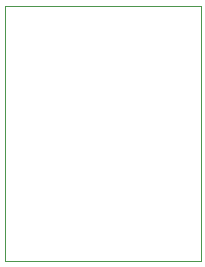
<source format=gbp>
G75*
%MOIN*%
%OFA0B0*%
%FSLAX24Y24*%
%IPPOS*%
%LPD*%
%AMOC8*
5,1,8,0,0,1.08239X$1,22.5*
%
%ADD10C,0.0000*%
D10*
X002517Y002517D02*
X002517Y010992D01*
X009043Y010992D01*
X009043Y002517D01*
X002517Y002517D01*
M02*

</source>
